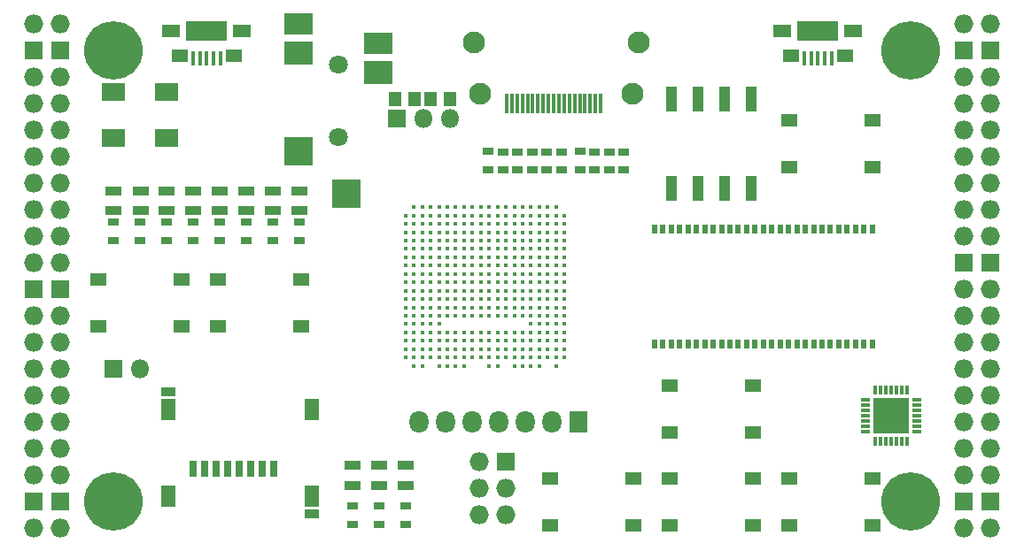
<source format=gts>
G04 #@! TF.GenerationSoftware,KiCad,Pcbnew,5.0.0-rc2+dfsg1-2*
G04 #@! TF.CreationDate,2018-06-06T21:13:25+02:00*
G04 #@! TF.ProjectId,ulx3s,756C7833732E6B696361645F70636200,rev?*
G04 #@! TF.SameCoordinates,Original*
G04 #@! TF.FileFunction,Soldermask,Top*
G04 #@! TF.FilePolarity,Negative*
%FSLAX46Y46*%
G04 Gerber Fmt 4.6, Leading zero omitted, Abs format (unit mm)*
G04 Created by KiCad (PCBNEW 5.0.0-rc2+dfsg1-2) date Wed Jun  6 21:13:25 2018*
%MOMM*%
%LPD*%
G01*
G04 APERTURE LIST*
%ADD10R,1.700000X1.300000*%
%ADD11R,0.400000X1.350000*%
%ADD12R,4.000000X1.900000*%
%ADD13R,1.600000X1.200000*%
%ADD14O,1.827200X1.827200*%
%ADD15R,1.727200X1.727200*%
%ADD16C,5.600000*%
%ADD17O,0.950000X0.400000*%
%ADD18O,0.400000X0.950000*%
%ADD19R,1.675000X1.675000*%
%ADD20R,1.727200X2.032000*%
%ADD21O,1.827200X2.132000*%
%ADD22R,1.550000X1.300000*%
%ADD23R,1.120000X2.440000*%
%ADD24C,0.430000*%
%ADD25R,2.800000X2.000000*%
%ADD26R,2.800000X2.200000*%
%ADD27R,2.800000X2.800000*%
%ADD28C,1.800000*%
%ADD29R,0.700000X1.500000*%
%ADD30R,1.450000X0.900000*%
%ADD31R,1.450000X2.000000*%
%ADD32R,2.200000X1.800000*%
%ADD33R,0.560000X0.900000*%
%ADD34R,1.000000X0.670000*%
%ADD35R,1.500000X0.970000*%
%ADD36R,0.300000X1.900000*%
%ADD37C,2.100000*%
%ADD38R,1.700000X1.700000*%
%ADD39O,1.800000X1.800000*%
%ADD40R,1.295000X1.400000*%
G04 APERTURE END LIST*
D10*
G04 #@! TO.C,US2*
X166900000Y-63325000D03*
X173700000Y-63325000D03*
D11*
X169000000Y-66000000D03*
X169650000Y-66000000D03*
X170300000Y-66000000D03*
X170950000Y-66000000D03*
X171600000Y-66000000D03*
D12*
X170300000Y-63325000D03*
D13*
X167700000Y-65725000D03*
X172900000Y-65725000D03*
G04 #@! TD*
D10*
G04 #@! TO.C,US1*
X108480000Y-63325000D03*
X115280000Y-63325000D03*
D11*
X110580000Y-66000000D03*
X111230000Y-66000000D03*
X111880000Y-66000000D03*
X112530000Y-66000000D03*
X113180000Y-66000000D03*
D12*
X111880000Y-63325000D03*
D13*
X109280000Y-65725000D03*
X114480000Y-65725000D03*
G04 #@! TD*
D14*
G04 #@! TO.C,J1*
X97910000Y-62690000D03*
X95370000Y-62690000D03*
D15*
X97910000Y-65230000D03*
X95370000Y-65230000D03*
D14*
X97910000Y-67770000D03*
X95370000Y-67770000D03*
X97910000Y-70310000D03*
X95370000Y-70310000D03*
X97910000Y-72850000D03*
X95370000Y-72850000D03*
X97910000Y-75390000D03*
X95370000Y-75390000D03*
X97910000Y-77930000D03*
X95370000Y-77930000D03*
X97910000Y-80470000D03*
X95370000Y-80470000D03*
X97910000Y-83010000D03*
X95370000Y-83010000D03*
X97910000Y-85550000D03*
X95370000Y-85550000D03*
D15*
X97910000Y-88090000D03*
X95370000Y-88090000D03*
D14*
X97910000Y-90630000D03*
X95370000Y-90630000D03*
X97910000Y-93170000D03*
X95370000Y-93170000D03*
X97910000Y-95710000D03*
X95370000Y-95710000D03*
X97910000Y-98250000D03*
X95370000Y-98250000D03*
X97910000Y-100790000D03*
X95370000Y-100790000D03*
X97910000Y-103330000D03*
X95370000Y-103330000D03*
X97910000Y-105870000D03*
X95370000Y-105870000D03*
D15*
X97910000Y-108410000D03*
X95370000Y-108410000D03*
D14*
X97910000Y-110950000D03*
X95370000Y-110950000D03*
G04 #@! TD*
G04 #@! TO.C,J2*
X184270000Y-110950000D03*
X186810000Y-110950000D03*
D15*
X184270000Y-108410000D03*
X186810000Y-108410000D03*
D14*
X184270000Y-105870000D03*
X186810000Y-105870000D03*
X184270000Y-103330000D03*
X186810000Y-103330000D03*
X184270000Y-100790000D03*
X186810000Y-100790000D03*
X184270000Y-98250000D03*
X186810000Y-98250000D03*
X184270000Y-95710000D03*
X186810000Y-95710000D03*
X184270000Y-93170000D03*
X186810000Y-93170000D03*
X184270000Y-90630000D03*
X186810000Y-90630000D03*
X184270000Y-88090000D03*
X186810000Y-88090000D03*
D15*
X184270000Y-85550000D03*
X186810000Y-85550000D03*
D14*
X184270000Y-83010000D03*
X186810000Y-83010000D03*
X184270000Y-80470000D03*
X186810000Y-80470000D03*
X184270000Y-77930000D03*
X186810000Y-77930000D03*
X184270000Y-75390000D03*
X186810000Y-75390000D03*
X184270000Y-72850000D03*
X186810000Y-72850000D03*
X184270000Y-70310000D03*
X186810000Y-70310000D03*
X184270000Y-67770000D03*
X186810000Y-67770000D03*
D15*
X184270000Y-65230000D03*
X186810000Y-65230000D03*
D14*
X184270000Y-62690000D03*
X186810000Y-62690000D03*
G04 #@! TD*
D16*
G04 #@! TO.C,H1*
X102990000Y-108410000D03*
G04 #@! TD*
G04 #@! TO.C,H2*
X179190000Y-108410000D03*
G04 #@! TD*
G04 #@! TO.C,H3*
X179190000Y-65230000D03*
G04 #@! TD*
G04 #@! TO.C,H4*
X102990000Y-65230000D03*
G04 #@! TD*
D15*
G04 #@! TO.C,J4*
X140455000Y-104600000D03*
D14*
X137915000Y-104600000D03*
X140455000Y-107140000D03*
X137915000Y-107140000D03*
X140455000Y-109680000D03*
X137915000Y-109680000D03*
G04 #@! TD*
D17*
G04 #@! TO.C,U8*
X179735000Y-101655000D03*
X179735000Y-101155000D03*
X179735000Y-100655000D03*
X179735000Y-100155000D03*
X179735000Y-99655000D03*
X179735000Y-99155000D03*
X179735000Y-98655000D03*
D18*
X178785000Y-97705000D03*
X178285000Y-97705000D03*
X177785000Y-97705000D03*
X177285000Y-97705000D03*
X176785000Y-97705000D03*
X176285000Y-97705000D03*
X175785000Y-97705000D03*
D17*
X174835000Y-98655000D03*
X174835000Y-99155000D03*
X174835000Y-99655000D03*
X174835000Y-100155000D03*
X174835000Y-100655000D03*
X174835000Y-101155000D03*
X174835000Y-101655000D03*
D18*
X175785000Y-102605000D03*
X176285000Y-102605000D03*
X176785000Y-102605000D03*
X177285000Y-102605000D03*
X177785000Y-102605000D03*
X178285000Y-102605000D03*
X178785000Y-102605000D03*
D19*
X176447500Y-99317500D03*
X176447500Y-100992500D03*
X178122500Y-99317500D03*
X178122500Y-100992500D03*
G04 #@! TD*
D20*
G04 #@! TO.C,OLED1*
X147440000Y-100790000D03*
D21*
X144900000Y-100790000D03*
X142360000Y-100790000D03*
X139820000Y-100790000D03*
X137280000Y-100790000D03*
X134740000Y-100790000D03*
X132200000Y-100790000D03*
G04 #@! TD*
D22*
G04 #@! TO.C,BTN0*
X175550000Y-71870000D03*
X175550000Y-76370000D03*
X167590000Y-76370000D03*
X167590000Y-71870000D03*
G04 #@! TD*
G04 #@! TO.C,BTN1*
X101550000Y-91610000D03*
X101550000Y-87110000D03*
X109510000Y-87110000D03*
X109510000Y-91610000D03*
G04 #@! TD*
G04 #@! TO.C,BTN2*
X112980000Y-91610000D03*
X112980000Y-87110000D03*
X120940000Y-87110000D03*
X120940000Y-91610000D03*
G04 #@! TD*
G04 #@! TO.C,BTN3*
X156160000Y-101770000D03*
X156160000Y-97270000D03*
X164120000Y-97270000D03*
X164120000Y-101770000D03*
G04 #@! TD*
G04 #@! TO.C,BTN4*
X164120000Y-106160000D03*
X164120000Y-110660000D03*
X156160000Y-110660000D03*
X156160000Y-106160000D03*
G04 #@! TD*
G04 #@! TO.C,BTN5*
X152690000Y-106160000D03*
X152690000Y-110660000D03*
X144730000Y-110660000D03*
X144730000Y-106160000D03*
G04 #@! TD*
G04 #@! TO.C,BTN6*
X175550000Y-106160000D03*
X175550000Y-110660000D03*
X167590000Y-110660000D03*
X167590000Y-106160000D03*
G04 #@! TD*
D23*
G04 #@! TO.C,SW1*
X156330000Y-78425000D03*
X163950000Y-69815000D03*
X158870000Y-78425000D03*
X161410000Y-69815000D03*
X161410000Y-78425000D03*
X158870000Y-69815000D03*
X163950000Y-78425000D03*
X156330000Y-69815000D03*
G04 #@! TD*
D24*
G04 #@! TO.C,U1*
X131680000Y-80200000D03*
X132480000Y-80200000D03*
X133280000Y-80200000D03*
X134080000Y-80200000D03*
X134880000Y-80200000D03*
X135680000Y-80200000D03*
X136480000Y-80200000D03*
X137280000Y-80200000D03*
X138080000Y-80200000D03*
X138880000Y-80200000D03*
X139680000Y-80200000D03*
X140480000Y-80200000D03*
X141280000Y-80200000D03*
X142080000Y-80200000D03*
X142880000Y-80200000D03*
X143680000Y-80200000D03*
X144480000Y-80200000D03*
X145280000Y-80200000D03*
X130880000Y-81000000D03*
X131680000Y-81000000D03*
X132480000Y-81000000D03*
X133280000Y-81000000D03*
X134080000Y-81000000D03*
X134880000Y-81000000D03*
X135680000Y-81000000D03*
X136480000Y-81000000D03*
X137280000Y-81000000D03*
X138080000Y-81000000D03*
X138880000Y-81000000D03*
X139680000Y-81000000D03*
X140480000Y-81000000D03*
X141280000Y-81000000D03*
X142080000Y-81000000D03*
X142880000Y-81000000D03*
X143680000Y-81000000D03*
X144480000Y-81000000D03*
X145280000Y-81000000D03*
X146080000Y-81000000D03*
X130880000Y-81800000D03*
X131680000Y-81800000D03*
X132480000Y-81800000D03*
X133280000Y-81800000D03*
X134080000Y-81800000D03*
X134880000Y-81800000D03*
X135680000Y-81800000D03*
X136480000Y-81800000D03*
X137280000Y-81800000D03*
X138080000Y-81800000D03*
X138880000Y-81800000D03*
X139680000Y-81800000D03*
X140480000Y-81800000D03*
X141280000Y-81800000D03*
X142080000Y-81800000D03*
X142880000Y-81800000D03*
X143680000Y-81800000D03*
X144480000Y-81800000D03*
X145280000Y-81800000D03*
X146080000Y-81800000D03*
X130880000Y-82600000D03*
X131680000Y-82600000D03*
X132480000Y-82600000D03*
X133280000Y-82600000D03*
X134080000Y-82600000D03*
X134880000Y-82600000D03*
X135680000Y-82600000D03*
X136480000Y-82600000D03*
X137280000Y-82600000D03*
X138080000Y-82600000D03*
X138880000Y-82600000D03*
X139680000Y-82600000D03*
X140480000Y-82600000D03*
X141280000Y-82600000D03*
X142080000Y-82600000D03*
X142880000Y-82600000D03*
X143680000Y-82600000D03*
X144480000Y-82600000D03*
X145280000Y-82600000D03*
X146080000Y-82600000D03*
X130880000Y-83400000D03*
X131680000Y-83400000D03*
X132480000Y-83400000D03*
X133280000Y-83400000D03*
X134080000Y-83400000D03*
X134880000Y-83400000D03*
X135680000Y-83400000D03*
X136480000Y-83400000D03*
X137280000Y-83400000D03*
X138080000Y-83400000D03*
X138880000Y-83400000D03*
X139680000Y-83400000D03*
X140480000Y-83400000D03*
X141280000Y-83400000D03*
X142080000Y-83400000D03*
X142880000Y-83400000D03*
X143680000Y-83400000D03*
X144480000Y-83400000D03*
X145280000Y-83400000D03*
X146080000Y-83400000D03*
X130880000Y-84200000D03*
X131680000Y-84200000D03*
X132480000Y-84200000D03*
X133280000Y-84200000D03*
X134080000Y-84200000D03*
X134880000Y-84200000D03*
X135680000Y-84200000D03*
X136480000Y-84200000D03*
X137280000Y-84200000D03*
X138080000Y-84200000D03*
X138880000Y-84200000D03*
X139680000Y-84200000D03*
X140480000Y-84200000D03*
X141280000Y-84200000D03*
X142080000Y-84200000D03*
X142880000Y-84200000D03*
X143680000Y-84200000D03*
X144480000Y-84200000D03*
X145280000Y-84200000D03*
X146080000Y-84200000D03*
X130880000Y-85000000D03*
X131680000Y-85000000D03*
X132480000Y-85000000D03*
X133280000Y-85000000D03*
X134080000Y-85000000D03*
X134880000Y-85000000D03*
X135680000Y-85000000D03*
X136480000Y-85000000D03*
X137280000Y-85000000D03*
X138080000Y-85000000D03*
X138880000Y-85000000D03*
X139680000Y-85000000D03*
X140480000Y-85000000D03*
X141280000Y-85000000D03*
X142080000Y-85000000D03*
X142880000Y-85000000D03*
X143680000Y-85000000D03*
X144480000Y-85000000D03*
X145280000Y-85000000D03*
X146080000Y-85000000D03*
X130880000Y-85800000D03*
X131680000Y-85800000D03*
X132480000Y-85800000D03*
X133280000Y-85800000D03*
X134080000Y-85800000D03*
X134880000Y-85800000D03*
X135680000Y-85800000D03*
X136480000Y-85800000D03*
X137280000Y-85800000D03*
X138080000Y-85800000D03*
X138880000Y-85800000D03*
X139680000Y-85800000D03*
X140480000Y-85800000D03*
X141280000Y-85800000D03*
X142080000Y-85800000D03*
X142880000Y-85800000D03*
X143680000Y-85800000D03*
X144480000Y-85800000D03*
X145280000Y-85800000D03*
X146080000Y-85800000D03*
X130880000Y-86600000D03*
X131680000Y-86600000D03*
X132480000Y-86600000D03*
X133280000Y-86600000D03*
X134080000Y-86600000D03*
X134880000Y-86600000D03*
X135680000Y-86600000D03*
X136480000Y-86600000D03*
X137280000Y-86600000D03*
X138080000Y-86600000D03*
X138880000Y-86600000D03*
X139680000Y-86600000D03*
X140480000Y-86600000D03*
X141280000Y-86600000D03*
X142080000Y-86600000D03*
X142880000Y-86600000D03*
X143680000Y-86600000D03*
X144480000Y-86600000D03*
X145280000Y-86600000D03*
X146080000Y-86600000D03*
X130880000Y-87400000D03*
X131680000Y-87400000D03*
X132480000Y-87400000D03*
X133280000Y-87400000D03*
X134080000Y-87400000D03*
X134880000Y-87400000D03*
X135680000Y-87400000D03*
X136480000Y-87400000D03*
X137280000Y-87400000D03*
X138080000Y-87400000D03*
X138880000Y-87400000D03*
X139680000Y-87400000D03*
X140480000Y-87400000D03*
X141280000Y-87400000D03*
X142080000Y-87400000D03*
X142880000Y-87400000D03*
X143680000Y-87400000D03*
X144480000Y-87400000D03*
X145280000Y-87400000D03*
X146080000Y-87400000D03*
X130880000Y-88200000D03*
X131680000Y-88200000D03*
X132480000Y-88200000D03*
X133280000Y-88200000D03*
X134080000Y-88200000D03*
X134880000Y-88200000D03*
X135680000Y-88200000D03*
X136480000Y-88200000D03*
X137280000Y-88200000D03*
X138080000Y-88200000D03*
X138880000Y-88200000D03*
X139680000Y-88200000D03*
X140480000Y-88200000D03*
X141280000Y-88200000D03*
X142080000Y-88200000D03*
X142880000Y-88200000D03*
X143680000Y-88200000D03*
X144480000Y-88200000D03*
X145280000Y-88200000D03*
X146080000Y-88200000D03*
X130880000Y-89000000D03*
X131680000Y-89000000D03*
X132480000Y-89000000D03*
X133280000Y-89000000D03*
X134080000Y-89000000D03*
X134880000Y-89000000D03*
X135680000Y-89000000D03*
X136480000Y-89000000D03*
X137280000Y-89000000D03*
X138080000Y-89000000D03*
X138880000Y-89000000D03*
X139680000Y-89000000D03*
X140480000Y-89000000D03*
X141280000Y-89000000D03*
X142080000Y-89000000D03*
X142880000Y-89000000D03*
X143680000Y-89000000D03*
X144480000Y-89000000D03*
X145280000Y-89000000D03*
X146080000Y-89000000D03*
X130880000Y-89800000D03*
X131680000Y-89800000D03*
X132480000Y-89800000D03*
X133280000Y-89800000D03*
X134080000Y-89800000D03*
X134880000Y-89800000D03*
X135680000Y-89800000D03*
X136480000Y-89800000D03*
X137280000Y-89800000D03*
X138080000Y-89800000D03*
X138880000Y-89800000D03*
X139680000Y-89800000D03*
X140480000Y-89800000D03*
X141280000Y-89800000D03*
X142080000Y-89800000D03*
X142880000Y-89800000D03*
X143680000Y-89800000D03*
X144480000Y-89800000D03*
X145280000Y-89800000D03*
X146080000Y-89800000D03*
X130880000Y-90600000D03*
X131680000Y-90600000D03*
X132480000Y-90600000D03*
X133280000Y-90600000D03*
X134080000Y-90600000D03*
X134880000Y-90600000D03*
X135680000Y-90600000D03*
X136480000Y-90600000D03*
X137280000Y-90600000D03*
X138080000Y-90600000D03*
X138880000Y-90600000D03*
X139680000Y-90600000D03*
X140480000Y-90600000D03*
X141280000Y-90600000D03*
X142080000Y-90600000D03*
X142880000Y-90600000D03*
X143680000Y-90600000D03*
X144480000Y-90600000D03*
X145280000Y-90600000D03*
X146080000Y-90600000D03*
X130880000Y-91400000D03*
X131680000Y-91400000D03*
X132480000Y-91400000D03*
X133280000Y-91400000D03*
X134080000Y-91400000D03*
X142880000Y-91400000D03*
X143680000Y-91400000D03*
X144480000Y-91400000D03*
X145280000Y-91400000D03*
X146080000Y-91400000D03*
X130880000Y-92200000D03*
X131680000Y-92200000D03*
X132480000Y-92200000D03*
X133280000Y-92200000D03*
X134080000Y-92200000D03*
X134880000Y-92200000D03*
X135680000Y-92200000D03*
X136480000Y-92200000D03*
X137280000Y-92200000D03*
X138080000Y-92200000D03*
X138880000Y-92200000D03*
X139680000Y-92200000D03*
X140480000Y-92200000D03*
X141280000Y-92200000D03*
X142080000Y-92200000D03*
X142880000Y-92200000D03*
X143680000Y-92200000D03*
X144480000Y-92200000D03*
X145280000Y-92200000D03*
X146080000Y-92200000D03*
X130880000Y-93000000D03*
X131680000Y-93000000D03*
X132480000Y-93000000D03*
X133280000Y-93000000D03*
X134080000Y-93000000D03*
X134880000Y-93000000D03*
X135680000Y-93000000D03*
X136480000Y-93000000D03*
X137280000Y-93000000D03*
X138080000Y-93000000D03*
X138880000Y-93000000D03*
X139680000Y-93000000D03*
X140480000Y-93000000D03*
X141280000Y-93000000D03*
X142080000Y-93000000D03*
X142880000Y-93000000D03*
X143680000Y-93000000D03*
X144480000Y-93000000D03*
X145280000Y-93000000D03*
X146080000Y-93000000D03*
X130880000Y-93800000D03*
X131680000Y-93800000D03*
X132480000Y-93800000D03*
X133280000Y-93800000D03*
X134080000Y-93800000D03*
X134880000Y-93800000D03*
X135680000Y-93800000D03*
X136480000Y-93800000D03*
X137280000Y-93800000D03*
X138080000Y-93800000D03*
X138880000Y-93800000D03*
X139680000Y-93800000D03*
X140480000Y-93800000D03*
X141280000Y-93800000D03*
X142080000Y-93800000D03*
X142880000Y-93800000D03*
X143680000Y-93800000D03*
X144480000Y-93800000D03*
X145280000Y-93800000D03*
X146080000Y-93800000D03*
X130880000Y-94600000D03*
X131680000Y-94600000D03*
X132480000Y-94600000D03*
X133280000Y-94600000D03*
X134080000Y-94600000D03*
X134880000Y-94600000D03*
X135680000Y-94600000D03*
X136480000Y-94600000D03*
X137280000Y-94600000D03*
X138080000Y-94600000D03*
X138880000Y-94600000D03*
X139680000Y-94600000D03*
X140480000Y-94600000D03*
X141280000Y-94600000D03*
X142080000Y-94600000D03*
X142880000Y-94600000D03*
X143680000Y-94600000D03*
X144480000Y-94600000D03*
X145280000Y-94600000D03*
X146080000Y-94600000D03*
X131680000Y-95400000D03*
X132480000Y-95400000D03*
X134080000Y-95400000D03*
X134880000Y-95400000D03*
X135680000Y-95400000D03*
X136480000Y-95400000D03*
X138880000Y-95400000D03*
X139680000Y-95400000D03*
X141280000Y-95400000D03*
X142080000Y-95400000D03*
X142880000Y-95400000D03*
X143680000Y-95400000D03*
X145280000Y-95400000D03*
G04 #@! TD*
D25*
G04 #@! TO.C,AUDIO1*
X120668000Y-62618000D03*
D26*
X120668000Y-65418000D03*
D27*
X120668000Y-74818000D03*
X125218000Y-78918000D03*
D26*
X128268000Y-67318000D03*
D25*
X128268000Y-64518000D03*
D28*
X124468000Y-66518000D03*
X124468000Y-73518000D03*
G04 #@! TD*
D29*
G04 #@! TO.C,SD1*
X118250000Y-105250000D03*
X117150000Y-105250000D03*
X116050000Y-105250000D03*
X114950000Y-105250000D03*
X113850000Y-105250000D03*
X112750000Y-105250000D03*
X111650000Y-105250000D03*
X110550000Y-105250000D03*
D30*
X121925000Y-109550000D03*
X108175000Y-97850000D03*
D31*
X108175000Y-107850000D03*
X121925000Y-107850000D03*
X121925000Y-99550000D03*
X108175000Y-99550000D03*
G04 #@! TD*
D32*
G04 #@! TO.C,Y1*
X108040000Y-69220000D03*
X102960000Y-69220000D03*
X102960000Y-73620000D03*
X108040000Y-73620000D03*
G04 #@! TD*
D33*
G04 #@! TO.C,U2*
X175493000Y-82270000D03*
X154693000Y-93330000D03*
X155493000Y-93330000D03*
X156293000Y-93330000D03*
X157093000Y-93330000D03*
X157893000Y-93330000D03*
X158693000Y-93330000D03*
X159493000Y-93330000D03*
X160293000Y-93330000D03*
X161093000Y-93330000D03*
X161893000Y-93330000D03*
X162693000Y-93330000D03*
X163493000Y-93330000D03*
X164293000Y-93330000D03*
X165093000Y-93330000D03*
X165893000Y-93330000D03*
X166693000Y-93330000D03*
X167493000Y-93330000D03*
X168293000Y-93330000D03*
X169093000Y-93330000D03*
X169893000Y-93330000D03*
X170693000Y-93330000D03*
X171493000Y-93330000D03*
X172293000Y-93330000D03*
X173093000Y-93330000D03*
X173893000Y-93330000D03*
X174693000Y-93330000D03*
X175493000Y-93330000D03*
X174693000Y-82270000D03*
X173893000Y-82270000D03*
X173093000Y-82270000D03*
X172293000Y-82270000D03*
X171493000Y-82270000D03*
X170693000Y-82270000D03*
X169893000Y-82270000D03*
X169093000Y-82270000D03*
X168293000Y-82270000D03*
X167493000Y-82270000D03*
X166693000Y-82270000D03*
X165893000Y-82270000D03*
X165093000Y-82270000D03*
X164293000Y-82270000D03*
X163493000Y-82270000D03*
X162693000Y-82270000D03*
X161893000Y-82270000D03*
X161093000Y-82270000D03*
X160293000Y-82270000D03*
X159493000Y-82270000D03*
X158693000Y-82270000D03*
X157893000Y-82270000D03*
X157093000Y-82270000D03*
X156293000Y-82270000D03*
X155493000Y-82270000D03*
X154693000Y-82270000D03*
G04 #@! TD*
D34*
G04 #@! TO.C,C36*
X150361000Y-76646000D03*
X150361000Y-74896000D03*
G04 #@! TD*
G04 #@! TO.C,C37*
X151758000Y-74896000D03*
X151758000Y-76646000D03*
G04 #@! TD*
G04 #@! TO.C,C38*
X140201000Y-74896000D03*
X140201000Y-76646000D03*
G04 #@! TD*
G04 #@! TO.C,C39*
X142995000Y-76646000D03*
X142995000Y-74896000D03*
G04 #@! TD*
G04 #@! TO.C,C40*
X145789000Y-76646000D03*
X145789000Y-74896000D03*
G04 #@! TD*
G04 #@! TO.C,C41*
X148964000Y-74896000D03*
X148964000Y-76646000D03*
G04 #@! TD*
G04 #@! TO.C,C42*
X138742800Y-76638600D03*
X138742800Y-74888600D03*
G04 #@! TD*
G04 #@! TO.C,C43*
X141598000Y-74896000D03*
X141598000Y-76646000D03*
G04 #@! TD*
G04 #@! TO.C,C44*
X144392000Y-74896000D03*
X144392000Y-76646000D03*
G04 #@! TD*
G04 #@! TO.C,C45*
X147567000Y-76634000D03*
X147567000Y-74884000D03*
G04 #@! TD*
D35*
G04 #@! TO.C,D19*
X130930000Y-106825000D03*
X130930000Y-104915000D03*
G04 #@! TD*
G04 #@! TO.C,D0*
X120770000Y-78644000D03*
X120770000Y-80554000D03*
G04 #@! TD*
G04 #@! TO.C,D1*
X118230000Y-80554000D03*
X118230000Y-78644000D03*
G04 #@! TD*
G04 #@! TO.C,D2*
X115690000Y-78644000D03*
X115690000Y-80554000D03*
G04 #@! TD*
G04 #@! TO.C,D3*
X113150000Y-78644000D03*
X113150000Y-80554000D03*
G04 #@! TD*
G04 #@! TO.C,D4*
X110610000Y-80554000D03*
X110610000Y-78644000D03*
G04 #@! TD*
G04 #@! TO.C,D5*
X108070000Y-80554000D03*
X108070000Y-78644000D03*
G04 #@! TD*
G04 #@! TO.C,D6*
X105545000Y-78644000D03*
X105545000Y-80554000D03*
G04 #@! TD*
G04 #@! TO.C,D7*
X102990000Y-80554000D03*
X102990000Y-78644000D03*
G04 #@! TD*
G04 #@! TO.C,D18*
X128390000Y-106825000D03*
X128390000Y-104915000D03*
G04 #@! TD*
G04 #@! TO.C,D22*
X125850000Y-104915000D03*
X125850000Y-106825000D03*
G04 #@! TD*
D36*
G04 #@! TO.C,GPDI1*
X149546000Y-70312000D03*
X149046000Y-70312000D03*
X148546000Y-70312000D03*
X148046000Y-70312000D03*
X147546000Y-70312000D03*
X147046000Y-70312000D03*
X146546000Y-70312000D03*
X146046000Y-70312000D03*
X145546000Y-70312000D03*
X145046000Y-70312000D03*
X144546000Y-70312000D03*
X144046000Y-70312000D03*
X143546000Y-70312000D03*
X143046000Y-70312000D03*
X142546000Y-70312000D03*
X142046000Y-70312000D03*
X141546000Y-70312000D03*
X141046000Y-70312000D03*
X140546000Y-70312000D03*
D37*
X152546000Y-69312000D03*
X138046000Y-69312000D03*
X153146000Y-64412000D03*
X137446000Y-64412000D03*
G04 #@! TD*
D34*
G04 #@! TO.C,R41*
X120770000Y-83377000D03*
X120770000Y-81627000D03*
G04 #@! TD*
G04 #@! TO.C,R42*
X118230000Y-81627000D03*
X118230000Y-83377000D03*
G04 #@! TD*
G04 #@! TO.C,R43*
X115690000Y-83377000D03*
X115690000Y-81627000D03*
G04 #@! TD*
G04 #@! TO.C,R44*
X113150000Y-81627000D03*
X113150000Y-83377000D03*
G04 #@! TD*
G04 #@! TO.C,R45*
X110610000Y-81627000D03*
X110610000Y-83377000D03*
G04 #@! TD*
G04 #@! TO.C,R46*
X108070000Y-83377000D03*
X108070000Y-81627000D03*
G04 #@! TD*
G04 #@! TO.C,R47*
X105530000Y-81627000D03*
X105530000Y-83377000D03*
G04 #@! TD*
G04 #@! TO.C,R48*
X102990000Y-83377000D03*
X102990000Y-81627000D03*
G04 #@! TD*
G04 #@! TO.C,R36*
X128390000Y-110555000D03*
X128390000Y-108805000D03*
G04 #@! TD*
G04 #@! TO.C,R37*
X130930000Y-110555000D03*
X130930000Y-108805000D03*
G04 #@! TD*
G04 #@! TO.C,R62*
X125850000Y-108805000D03*
X125850000Y-110555000D03*
G04 #@! TD*
D38*
G04 #@! TO.C,J3*
X102990000Y-95710000D03*
D39*
X105530000Y-95710000D03*
G04 #@! TD*
D38*
G04 #@! TO.C,J5*
X130056000Y-71725000D03*
D39*
X132596000Y-71725000D03*
X135136000Y-71725000D03*
G04 #@! TD*
D40*
G04 #@! TO.C,RV2*
X131785500Y-69814500D03*
X129850500Y-69814500D03*
G04 #@! TD*
G04 #@! TO.C,RV3*
X133231000Y-69814500D03*
X135166000Y-69814500D03*
G04 #@! TD*
M02*

</source>
